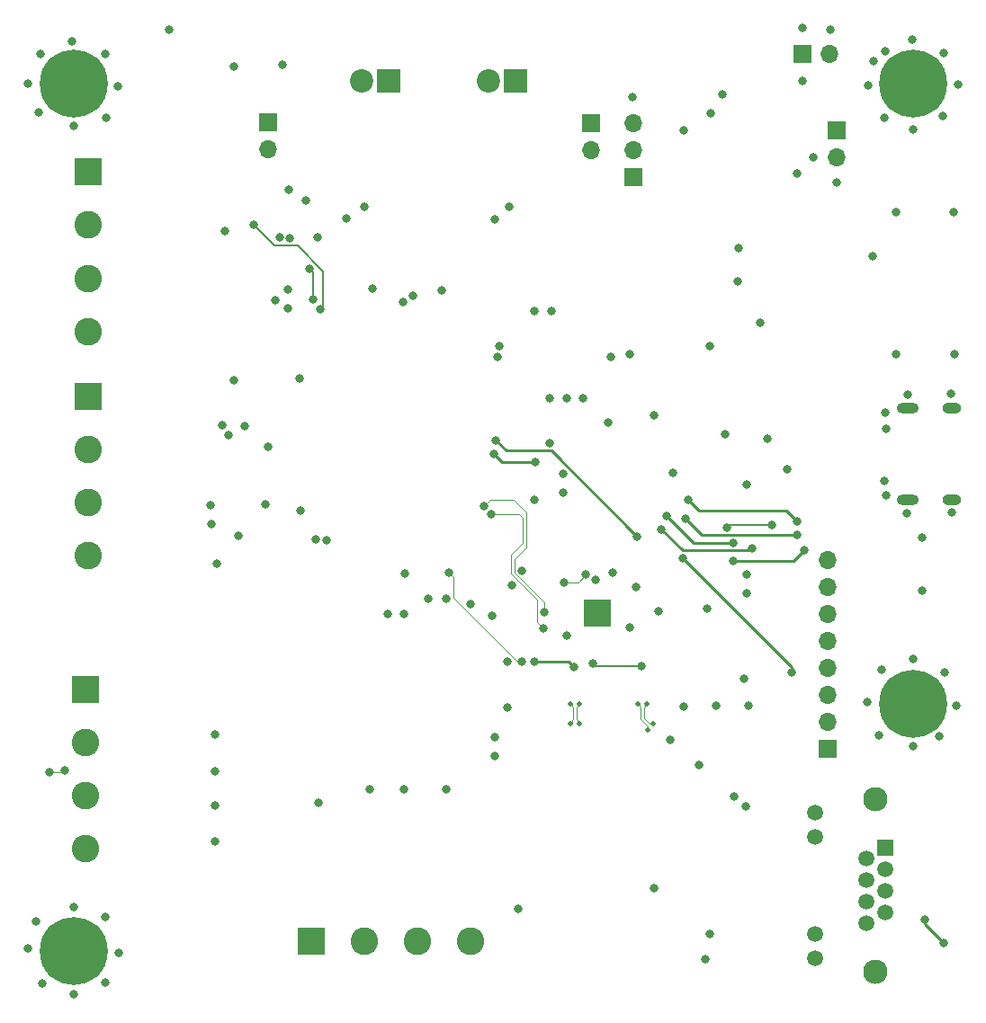
<source format=gbr>
%TF.GenerationSoftware,KiCad,Pcbnew,7.0.7*%
%TF.CreationDate,2024-04-15T16:49:56-05:00*%
%TF.ProjectId,Rev2.1,52657632-2e31-42e6-9b69-6361645f7063,rev?*%
%TF.SameCoordinates,Original*%
%TF.FileFunction,Copper,L4,Bot*%
%TF.FilePolarity,Positive*%
%FSLAX46Y46*%
G04 Gerber Fmt 4.6, Leading zero omitted, Abs format (unit mm)*
G04 Created by KiCad (PCBNEW 7.0.7) date 2024-04-15 16:49:56*
%MOMM*%
%LPD*%
G01*
G04 APERTURE LIST*
%TA.AperFunction,ComponentPad*%
%ADD10C,0.800000*%
%TD*%
%TA.AperFunction,ComponentPad*%
%ADD11C,6.400000*%
%TD*%
%TA.AperFunction,ComponentPad*%
%ADD12O,2.100000X1.000000*%
%TD*%
%TA.AperFunction,ComponentPad*%
%ADD13O,1.800000X1.000000*%
%TD*%
%TA.AperFunction,ComponentPad*%
%ADD14R,1.700000X1.700000*%
%TD*%
%TA.AperFunction,ComponentPad*%
%ADD15O,1.700000X1.700000*%
%TD*%
%TA.AperFunction,ComponentPad*%
%ADD16R,2.200000X2.200000*%
%TD*%
%TA.AperFunction,ComponentPad*%
%ADD17C,2.200000*%
%TD*%
%TA.AperFunction,ComponentPad*%
%ADD18R,2.600000X2.600000*%
%TD*%
%TA.AperFunction,ComponentPad*%
%ADD19C,2.600000*%
%TD*%
%TA.AperFunction,ComponentPad*%
%ADD20C,0.500000*%
%TD*%
%TA.AperFunction,SMDPad,CuDef*%
%ADD21R,2.500000X2.500000*%
%TD*%
%TA.AperFunction,ComponentPad*%
%ADD22R,1.500000X1.500000*%
%TD*%
%TA.AperFunction,ComponentPad*%
%ADD23C,1.500000*%
%TD*%
%TA.AperFunction,ComponentPad*%
%ADD24C,2.300000*%
%TD*%
%TA.AperFunction,ViaPad*%
%ADD25C,0.800000*%
%TD*%
%TA.AperFunction,ViaPad*%
%ADD26C,0.500000*%
%TD*%
%TA.AperFunction,Conductor*%
%ADD27C,0.250000*%
%TD*%
%TA.AperFunction,Conductor*%
%ADD28C,0.150000*%
%TD*%
%TA.AperFunction,Conductor*%
%ADD29C,0.121700*%
%TD*%
%TA.AperFunction,Conductor*%
%ADD30C,0.100000*%
%TD*%
G04 APERTURE END LIST*
D10*
%TO.P,H4,1,1*%
%TO.N,GND*%
X184000000Y-64500000D03*
X184702944Y-62802944D03*
X184702944Y-66197056D03*
X186400000Y-62100000D03*
D11*
X186400000Y-64500000D03*
D10*
X186400000Y-66900000D03*
X188097056Y-62802944D03*
X188097056Y-66197056D03*
X188800000Y-64500000D03*
%TD*%
D12*
%TO.P,P2,S1,SHIELD*%
%TO.N,GND*%
X185895000Y-103720000D03*
D13*
X190075000Y-103720000D03*
D12*
X185895000Y-95080000D03*
D13*
X190075000Y-95080000D03*
%TD*%
D14*
%TO.P,J12,1,Pin_1*%
%TO.N,+5V*%
X176025000Y-61700000D03*
D15*
%TO.P,J12,2,Pin_2*%
%TO.N,GND*%
X178565000Y-61700000D03*
%TD*%
D16*
%TO.P,J2,1,Pin_1*%
%TO.N,/CAN2-*%
X137050000Y-64225000D03*
D17*
%TO.P,J2,2,Pin_2*%
%TO.N,/CAN2+*%
X134510000Y-64225000D03*
%TD*%
D18*
%TO.P,J7,1,Pin_1*%
%TO.N,GPIO1*%
X108750000Y-72850000D03*
D19*
%TO.P,J7,2,Pin_2*%
%TO.N,GPIO2*%
X108750000Y-77850000D03*
%TO.P,J7,3,Pin_3*%
%TO.N,GPIO3*%
X108750000Y-82850000D03*
%TO.P,J7,4,Pin_4*%
%TO.N,GPIO4*%
X108750000Y-87850000D03*
%TD*%
D10*
%TO.P,H1,1,1*%
%TO.N,GND*%
X105000000Y-64500000D03*
X105702944Y-62802944D03*
X105702944Y-66197056D03*
X107400000Y-62100000D03*
D11*
X107400000Y-64500000D03*
D10*
X107400000Y-66900000D03*
X109097056Y-62802944D03*
X109097056Y-66197056D03*
X109800000Y-64500000D03*
%TD*%
%TO.P,H2,1,1*%
%TO.N,GND*%
X105000000Y-146200000D03*
X105702944Y-144502944D03*
X105702944Y-147897056D03*
X107400000Y-143800000D03*
D11*
X107400000Y-146200000D03*
D10*
X107400000Y-148600000D03*
X109097056Y-144502944D03*
X109097056Y-147897056D03*
X109800000Y-146200000D03*
%TD*%
D14*
%TO.P,J3,1,Pin_1*%
%TO.N,/CAN1-*%
X156125000Y-68250000D03*
D15*
%TO.P,J3,2,Pin_2*%
%TO.N,/CAN1+*%
X156125000Y-70790000D03*
%TD*%
D14*
%TO.P,J11,1,Pin_1*%
%TO.N,+3.3V*%
X179200000Y-68950000D03*
D15*
%TO.P,J11,2,Pin_2*%
%TO.N,GND*%
X179200000Y-71490000D03*
%TD*%
D20*
%TO.P,U8,25,VSS*%
%TO.N,GND*%
X157750000Y-115425000D03*
X157750000Y-114425000D03*
X157750000Y-113425000D03*
X156750000Y-115425000D03*
X156750000Y-114425000D03*
D21*
X156750000Y-114425000D03*
D20*
X156750000Y-113425000D03*
X155750000Y-115425000D03*
X155750000Y-114425000D03*
X155750000Y-113425000D03*
%TD*%
D14*
%TO.P,J1,1,Pin_1*%
%TO.N,/CAN2-*%
X125700000Y-68150000D03*
D15*
%TO.P,J1,2,Pin_2*%
%TO.N,/CAN2+*%
X125700000Y-70690000D03*
%TD*%
D18*
%TO.P,J9,1,Pin_1*%
%TO.N,Net-(J9-Pin_1)*%
X129800000Y-145280000D03*
D19*
%TO.P,J9,2,Pin_2*%
%TO.N,Net-(J9-Pin_2)*%
X134800000Y-145280000D03*
%TO.P,J9,3,Pin_3*%
%TO.N,Net-(J9-Pin_3)*%
X139800000Y-145280000D03*
%TO.P,J9,4,Pin_4*%
%TO.N,Net-(J9-Pin_4)*%
X144800000Y-145280000D03*
%TD*%
D14*
%TO.P,J5,1,Pin_1*%
%TO.N,SYS_JTMS_SWDIO*%
X160075000Y-73325000D03*
D15*
%TO.P,J5,2,Pin_2*%
%TO.N,SYS_JTCK_SWCLK*%
X160075000Y-70785000D03*
%TO.P,J5,3,Pin_3*%
%TO.N,GND*%
X160075000Y-68245000D03*
%TD*%
D16*
%TO.P,J4,1,Pin_1*%
%TO.N,/CAN1-*%
X148970000Y-64225000D03*
D17*
%TO.P,J4,2,Pin_2*%
%TO.N,/CAN1+*%
X146430000Y-64225000D03*
%TD*%
D18*
%TO.P,J14,1,Pin_1*%
%TO.N,GPIO5*%
X108780000Y-93950000D03*
D19*
%TO.P,J14,2,Pin_2*%
%TO.N,GPIO6*%
X108780000Y-98950000D03*
%TO.P,J14,3,Pin_3*%
%TO.N,GPIO7*%
X108780000Y-103950000D03*
%TO.P,J14,4,Pin_4*%
%TO.N,GPIO8*%
X108780000Y-108950000D03*
%TD*%
D22*
%TO.P,J13,1*%
%TO.N,/Ethernet/TX->ESD+*%
X183800000Y-136500000D03*
D23*
%TO.P,J13,2*%
%TO.N,/Ethernet/TX->ESD-*%
X182020000Y-137516000D03*
%TO.P,J13,3*%
%TO.N,/Ethernet/RX->ESD+*%
X183800000Y-138532000D03*
%TO.P,J13,4*%
%TO.N,Net-(J13-Pad4)*%
X182020000Y-139548000D03*
%TO.P,J13,5*%
X183800000Y-140564000D03*
%TO.P,J13,6*%
%TO.N,/Ethernet/RX->ESD-*%
X182020000Y-141580000D03*
%TO.P,J13,7*%
%TO.N,Net-(J13-Pad7)*%
X183800000Y-142596000D03*
%TO.P,J13,8*%
X182020000Y-143612000D03*
%TO.P,J13,9*%
%TO.N,Net-(J13-Pad9)*%
X177200000Y-133200000D03*
%TO.P,J13,10*%
%TO.N,INTSEL_LED*%
X177200000Y-135490000D03*
%TO.P,J13,11*%
%TO.N,Net-(J13-Pad11)*%
X177200000Y-144630000D03*
%TO.P,J13,12*%
%TO.N,REGOFF_LED*%
X177200000Y-146920000D03*
D24*
%TO.P,J13,SH*%
%TO.N,N/C*%
X182910000Y-131930000D03*
X182910000Y-148190000D03*
%TD*%
D14*
%TO.P,J10,1,Pin_1*%
%TO.N,GP5*%
X178400000Y-127135000D03*
D15*
%TO.P,J10,2,Pin_2*%
%TO.N,GP4*%
X178400000Y-124595000D03*
%TO.P,J10,3,Pin_3*%
%TO.N,GP3*%
X178400000Y-122055000D03*
%TO.P,J10,4,Pin_4*%
%TO.N,GP2*%
X178400000Y-119515000D03*
%TO.P,J10,5,Pin_5*%
%TO.N,GP1*%
X178400000Y-116975000D03*
%TO.P,J10,6,Pin_6*%
%TO.N,GP0*%
X178400000Y-114435000D03*
%TO.P,J10,7,Pin_7*%
%TO.N,CTS*%
X178400000Y-111895000D03*
%TO.P,J10,8,Pin_8*%
%TO.N,RTS*%
X178400000Y-109355000D03*
%TD*%
D10*
%TO.P,H3,1,1*%
%TO.N,GND*%
X184000000Y-122900000D03*
X184702944Y-121202944D03*
X184702944Y-124597056D03*
X186400000Y-120500000D03*
D11*
X186400000Y-122900000D03*
D10*
X186400000Y-125300000D03*
X188097056Y-121202944D03*
X188097056Y-124597056D03*
X188800000Y-122900000D03*
%TD*%
D18*
%TO.P,J8,1,Pin_1*%
%TO.N,Net-(J8-Pin_1)*%
X108550000Y-121550000D03*
D19*
%TO.P,J8,2,Pin_2*%
%TO.N,Net-(J8-Pin_2)*%
X108550000Y-126550000D03*
%TO.P,J8,3,Pin_3*%
%TO.N,Net-(J8-Pin_3)*%
X108550000Y-131550000D03*
%TO.P,J8,4,Pin_4*%
%TO.N,Net-(J8-Pin_4)*%
X108550000Y-136550000D03*
%TD*%
D25*
%TO.N,+3.3V*%
X150775000Y-85925000D03*
X127100000Y-62775000D03*
X169550000Y-131700000D03*
X138600000Y-110625000D03*
X157683200Y-96469200D03*
X138500000Y-114500000D03*
X142500000Y-113000000D03*
X156508212Y-111232704D03*
X148625000Y-111800000D03*
X125750000Y-98750000D03*
X128700000Y-92300000D03*
X163525000Y-126350000D03*
X150750000Y-103700000D03*
X127675000Y-74500000D03*
X127625000Y-85650000D03*
X121650000Y-78375000D03*
X167900000Y-123100000D03*
X139344400Y-84480400D03*
X159721459Y-115713128D03*
X131250000Y-107500000D03*
X120294400Y-104190800D03*
X122936000Y-107086400D03*
X147497403Y-89237168D03*
X130375000Y-79025000D03*
X164800000Y-68925000D03*
X126425000Y-84950000D03*
X167400000Y-67300000D03*
X152196800Y-94132400D03*
X153800000Y-116500000D03*
X158118772Y-110581228D03*
X153500000Y-101250000D03*
X120853200Y-109728000D03*
X153822400Y-94132400D03*
X163800000Y-101200000D03*
X170500000Y-120600000D03*
X135575000Y-83850000D03*
%TO.N,GND*%
X170750000Y-112500000D03*
X130167358Y-107417358D03*
X190000000Y-93700000D03*
X107300000Y-60500000D03*
X182200000Y-64700000D03*
X186400000Y-68800000D03*
X162000000Y-95750000D03*
X178600000Y-59400000D03*
X122500000Y-92500000D03*
X152196800Y-98348800D03*
X170750000Y-102250000D03*
X183800000Y-95500000D03*
X147025000Y-77325000D03*
X183200000Y-125900000D03*
X140750000Y-113000000D03*
X182700000Y-62400000D03*
X138430000Y-85090000D03*
X138500000Y-131000000D03*
X183800000Y-61500000D03*
X190100000Y-104900000D03*
X162000000Y-140300000D03*
X116400000Y-59400000D03*
X182600000Y-80800000D03*
X121380900Y-96666800D03*
X170700000Y-132600000D03*
X137000000Y-114500000D03*
X179200000Y-73800000D03*
X185900000Y-93800000D03*
X129250000Y-75500000D03*
X175500000Y-73000000D03*
X142500000Y-131000000D03*
X120700000Y-132500000D03*
X147075000Y-127810000D03*
X187250000Y-107250000D03*
X183900000Y-103300000D03*
X135250000Y-131000000D03*
X170750000Y-110750000D03*
X133075000Y-77225000D03*
X186400000Y-126900000D03*
X188900000Y-126000000D03*
X164875362Y-123181410D03*
X167000000Y-114000000D03*
X104100000Y-67200000D03*
X153500000Y-103000000D03*
X172000000Y-87000000D03*
X190500000Y-123100000D03*
X158000000Y-90250000D03*
X177000000Y-71500000D03*
X152349200Y-85902800D03*
X190300000Y-90000000D03*
X120396000Y-106019600D03*
X185800000Y-105000000D03*
X168750000Y-97500000D03*
X155346400Y-94132400D03*
X103100000Y-64500000D03*
X128778000Y-104749600D03*
X159750000Y-90000000D03*
X130500000Y-132250000D03*
X111600000Y-64800000D03*
X166275000Y-128700000D03*
X189200000Y-67600000D03*
X142100000Y-83950000D03*
X107400000Y-68500000D03*
X162500000Y-114250000D03*
X184800000Y-90000000D03*
X167300000Y-144600000D03*
X127558800Y-83921600D03*
X147075000Y-126050000D03*
X110400000Y-143000000D03*
X120700000Y-125825000D03*
X183700000Y-67700000D03*
X104300000Y-61700000D03*
X122025000Y-97600000D03*
X123500000Y-96750000D03*
X148250000Y-119000000D03*
X149250000Y-142250000D03*
X183500000Y-119700000D03*
X103100000Y-146000000D03*
X190200000Y-76600000D03*
X182100000Y-122800000D03*
X172750000Y-98000000D03*
X107400000Y-142100000D03*
X170000000Y-80000000D03*
X186300000Y-60400000D03*
X146800000Y-114600000D03*
X184800000Y-76600000D03*
X189300000Y-61600000D03*
X110400000Y-149200000D03*
X170925000Y-123125000D03*
X125444330Y-104120301D03*
X111700000Y-146400000D03*
X160375000Y-111950000D03*
X144750000Y-113500000D03*
X126824500Y-79000000D03*
X107400000Y-150300000D03*
X166900000Y-147000000D03*
X120725000Y-135925000D03*
X168500000Y-65500000D03*
X110400000Y-61700000D03*
X122500000Y-62900000D03*
X120700000Y-129250000D03*
X127769306Y-79055694D03*
X186400000Y-118700000D03*
X148250000Y-123250000D03*
X147320000Y-90220800D03*
X110500000Y-67700000D03*
X149625000Y-110375000D03*
X103900000Y-143400000D03*
X160000000Y-65750000D03*
X187250000Y-112250000D03*
X190700000Y-64600000D03*
X189400000Y-120000000D03*
X104500000Y-149300000D03*
%TO.N,Net-(C11-Pad1)*%
X156300000Y-119100000D03*
X150750000Y-119000000D03*
X160850000Y-119400000D03*
X154500000Y-119500000D03*
%TO.N,+5V*%
X183700000Y-101900000D03*
X176000000Y-64300000D03*
X134775000Y-76125000D03*
X176000000Y-59300000D03*
X174550000Y-100850000D03*
X169900000Y-83175000D03*
X183900000Y-97000000D03*
X167325000Y-89225000D03*
X148425000Y-76100000D03*
%TO.N,Net-(D1-A)*%
X175500000Y-107000000D03*
X165000000Y-105500000D03*
%TO.N,Net-(D2-A)*%
X165250000Y-103750000D03*
X175500000Y-105750000D03*
%TO.N,GP5*%
X163250000Y-105250000D03*
X169500000Y-107750000D03*
%TO.N,GP4*%
X162750000Y-106500000D03*
X171250000Y-108250000D03*
%TO.N,GP3*%
X164750000Y-109250000D03*
X175000000Y-120000000D03*
%TO.N,CTS*%
X173150000Y-106100000D03*
X168900000Y-106325500D03*
%TO.N,RTS*%
X169500000Y-109500000D03*
X176200000Y-108450000D03*
D26*
%TO.N,/Ethernet/TX+*%
X161983833Y-124843147D03*
X161325000Y-122910302D03*
%TO.N,/Ethernet/TX-*%
X160525000Y-122910302D03*
X161418147Y-125408833D03*
%TO.N,/Ethernet/RX+*%
X154975000Y-124773300D03*
X154975000Y-122910302D03*
D25*
%TO.N,Net-(J13-Pad4)*%
X189300000Y-145500000D03*
X187500000Y-143300000D03*
D26*
%TO.N,/Ethernet/RX-*%
X154175000Y-122910302D03*
X154175000Y-124773300D03*
D25*
%TO.N,ETH_REF_CLK*%
X105150500Y-129400000D03*
X106600000Y-129200000D03*
%TO.N,Net-(U8-RXER{slash}PHYAD0)*%
X153609621Y-111466723D03*
X155583810Y-110774042D03*
%TO.N,ETH_TX_EN*%
X142700000Y-110550000D03*
X149575000Y-118925000D03*
%TO.N,ETH_TXD0*%
X151696766Y-114303234D03*
X146039623Y-104331611D03*
%TO.N,ETH_TXD1*%
X146745603Y-105039140D03*
X151650000Y-115825000D03*
%TO.N,USART1_TX*%
X160475000Y-107150000D03*
X147175000Y-98100000D03*
%TO.N,USART1_RX*%
X150825000Y-100125000D03*
X147000000Y-99425000D03*
%TO.N,LSM6DSOX_CS*%
X124350500Y-77825077D03*
X130600500Y-85750000D03*
%TO.N,LSM6DSOX_int1*%
X129625000Y-82000000D03*
X129950000Y-84875000D03*
%TD*%
D27*
%TO.N,+3.3V*%
X167900000Y-123100000D02*
X168175000Y-123100000D01*
%TO.N,Net-(C11-Pad1)*%
X154000000Y-119000000D02*
X150750000Y-119000000D01*
X154500000Y-119500000D02*
X154000000Y-119000000D01*
D28*
X156600000Y-119400000D02*
X156300000Y-119100000D01*
X160850000Y-119400000D02*
X156600000Y-119400000D01*
D27*
%TO.N,Net-(D1-A)*%
X175500000Y-107000000D02*
X166500000Y-107000000D01*
X166500000Y-107000000D02*
X165000000Y-105500000D01*
%TO.N,Net-(D2-A)*%
X166275000Y-104775000D02*
X165250000Y-103750000D01*
X174525000Y-104775000D02*
X166275000Y-104775000D01*
X175500000Y-105750000D02*
X174525000Y-104775000D01*
%TO.N,GP5*%
X165750000Y-107750000D02*
X169500000Y-107750000D01*
X163250000Y-105250000D02*
X165750000Y-107750000D01*
%TO.N,GP4*%
X164725000Y-108475000D02*
X171025000Y-108475000D01*
X171025000Y-108475000D02*
X171250000Y-108250000D01*
X162750000Y-106500000D02*
X164725000Y-108475000D01*
%TO.N,GP3*%
X175000000Y-119500000D02*
X175000000Y-120000000D01*
X164750000Y-109250000D02*
X175000000Y-119500000D01*
D28*
%TO.N,CTS*%
X169125500Y-106100000D02*
X173150000Y-106100000D01*
X168900000Y-106325500D02*
X169125500Y-106100000D01*
D27*
%TO.N,RTS*%
X175150000Y-109500000D02*
X169500000Y-109500000D01*
X176200000Y-108450000D02*
X175150000Y-109500000D01*
D29*
%TO.N,/Ethernet/TX+*%
X161087450Y-123282436D02*
X161087450Y-124282710D01*
X161647886Y-124843147D02*
X161983833Y-124843147D01*
X161185850Y-123184036D02*
X161087450Y-123282436D01*
X161185850Y-123049452D02*
X161185850Y-123184036D01*
X161325000Y-122910302D02*
X161185850Y-123049452D01*
X161087450Y-124282710D02*
X161647886Y-124843147D01*
%TO.N,/Ethernet/TX-*%
X161418147Y-125072886D02*
X161418147Y-125408833D01*
X160762550Y-124417290D02*
X161418147Y-125072886D01*
X160762550Y-123282436D02*
X160762550Y-124417290D01*
X160664150Y-123049452D02*
X160664150Y-123184036D01*
X160525000Y-122910302D02*
X160664150Y-123049452D01*
X160664150Y-123184036D02*
X160762550Y-123282436D01*
%TO.N,/Ethernet/RX+*%
X154835850Y-124634150D02*
X154975000Y-124773300D01*
X154975000Y-122910302D02*
X154835850Y-123049452D01*
X154835850Y-123184036D02*
X154737450Y-123282436D01*
X154835850Y-123049452D02*
X154835850Y-123184036D01*
X154737450Y-124401166D02*
X154835850Y-124499566D01*
X154737450Y-123282436D02*
X154737450Y-124401166D01*
X154835850Y-124499566D02*
X154835850Y-124634150D01*
D27*
%TO.N,Net-(J13-Pad4)*%
X187500000Y-143700000D02*
X187500000Y-143300000D01*
X189300000Y-145500000D02*
X187500000Y-143700000D01*
D29*
%TO.N,/Ethernet/RX-*%
X154314150Y-123049452D02*
X154314150Y-123184036D01*
X154314150Y-124634150D02*
X154175000Y-124773300D01*
X154314150Y-123184036D02*
X154412550Y-123282436D01*
X154412550Y-123282436D02*
X154412550Y-124401166D01*
X154175000Y-122910302D02*
X154314150Y-123049452D01*
X154412550Y-124401166D02*
X154314150Y-124499566D01*
X154314150Y-124499566D02*
X154314150Y-124634150D01*
D30*
%TO.N,ETH_REF_CLK*%
X106400000Y-129400000D02*
X106600000Y-129200000D01*
X105150500Y-129400000D02*
X106400000Y-129400000D01*
%TO.N,Net-(U8-RXER{slash}PHYAD0)*%
X154891129Y-111466723D02*
X153609621Y-111466723D01*
X155583810Y-110774042D02*
X154891129Y-111466723D01*
%TO.N,ETH_TX_EN*%
X143150000Y-112919239D02*
X143150000Y-111000000D01*
X149155761Y-118925000D02*
X143150000Y-112919239D01*
X143150000Y-111000000D02*
X142700000Y-110550000D01*
X149575000Y-118925000D02*
X149155761Y-118925000D01*
%TO.N,ETH_TXD0*%
X151696766Y-113366005D02*
X148900000Y-110569239D01*
X148800000Y-103700000D02*
X146671234Y-103700000D01*
X151696766Y-114303234D02*
X151696766Y-113366005D01*
X150000000Y-108200000D02*
X150000000Y-104900000D01*
X148900000Y-109300000D02*
X150000000Y-108200000D01*
X146671234Y-103700000D02*
X146039623Y-104331611D01*
X150000000Y-104900000D02*
X148800000Y-103700000D01*
X148900000Y-110569239D02*
X148900000Y-109300000D01*
%TO.N,ETH_TXD1*%
X149700000Y-105400000D02*
X149339140Y-105039140D01*
X148600000Y-108900000D02*
X149700000Y-107800000D01*
X151046766Y-115221766D02*
X151046766Y-113140269D01*
X151046766Y-113140269D02*
X148600000Y-110693503D01*
X149700000Y-107800000D02*
X149700000Y-105400000D01*
X151650000Y-115825000D02*
X151046766Y-115221766D01*
X149339140Y-105039140D02*
X146745603Y-105039140D01*
X148600000Y-110693503D02*
X148600000Y-108900000D01*
D27*
%TO.N,USART1_TX*%
X160475000Y-107150000D02*
X152398800Y-99073800D01*
X148148800Y-99073800D02*
X147175000Y-98100000D01*
X152398800Y-99073800D02*
X148148800Y-99073800D01*
%TO.N,USART1_RX*%
X147700000Y-100125000D02*
X147000000Y-99425000D01*
X150825000Y-100125000D02*
X147700000Y-100125000D01*
D28*
%TO.N,LSM6DSOX_CS*%
X130900000Y-85450500D02*
X130600500Y-85750000D01*
X128475000Y-79775000D02*
X130900000Y-82200000D01*
X124350500Y-77825077D02*
X126300423Y-79775000D01*
X126300423Y-79775000D02*
X128475000Y-79775000D01*
X130900000Y-82200000D02*
X130900000Y-85450500D01*
%TO.N,LSM6DSOX_int1*%
X129950000Y-84875000D02*
X129950000Y-82325000D01*
X129950000Y-82325000D02*
X129625000Y-82000000D01*
%TD*%
M02*

</source>
